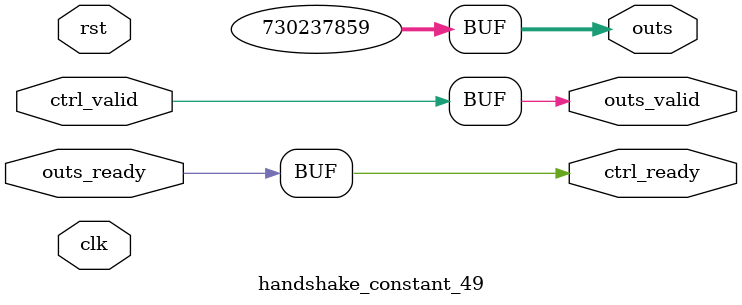
<source format=v>
`timescale 1ns / 1ps
module handshake_constant_49 #(
  parameter DATA_WIDTH = 32  // Default set to 32 bits
) (
  input                       clk,
  input                       rst,
  // Input Channel
  input                       ctrl_valid,
  output                      ctrl_ready,
  // Output Channel
  output [DATA_WIDTH - 1 : 0] outs,
  output                      outs_valid,
  input                       outs_ready
);
  assign outs       = 31'b0101011100001101000101110100011;
  assign outs_valid = ctrl_valid;
  assign ctrl_ready = outs_ready;

endmodule

</source>
